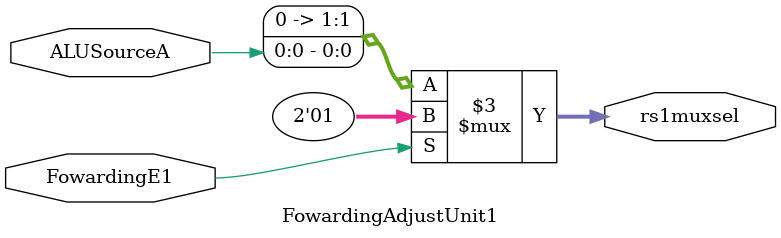
<source format=v>
module FowardingAdjustUnit1(
    ALUSourceA,
    FowardingE1,
    rs1muxsel
);

input ALUSourceA;
input FowardingE1;
output reg [1:0] rs1muxsel;

always @* begin
    if(FowardingE1) begin
        rs1muxsel <= 2'b01;
    end
    else begin
        rs1muxsel <= {0,ALUSourceA};
    end
end

endmodule

</source>
